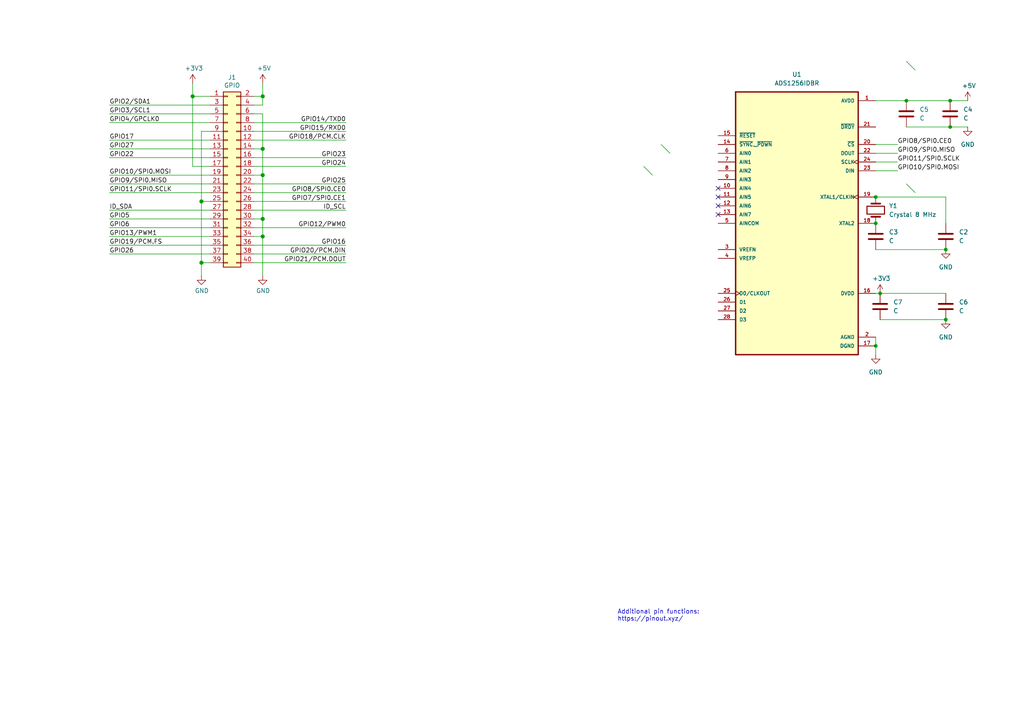
<source format=kicad_sch>
(kicad_sch (version 20250114) (generator "eeschema") (generator_version "9.0")
  (paper "A4")
  (title_block (date "15 nov 2012"))
  (lib_symbols
    (symbol "Connector_Generic:Conn_02x20_Odd_Even" (pin_names (offset 1.016) (hide yes))
      (property "Reference" "J" (at 1.27 25.4 0))
      (property "Value" "Conn_02x20_Odd_Even" (at 1.27 -27.94 0))
      (symbol "Conn_02x20_Odd_Even_1_1"
        (rectangle (start -1.27 24.13) (end 3.81 -26.67) (stroke (width 0.254)) (fill (type background)))
        (rectangle (start -1.27 22.987) (end 0 22.733) (stroke (width 0.1524)))
        (rectangle (start -1.27 20.447) (end 0 20.193) (stroke (width 0.1524)))
        (rectangle (start -1.27 17.907) (end 0 17.653) (stroke (width 0.1524)))
        (rectangle (start -1.27 15.367) (end 0 15.113) (stroke (width 0.1524)))
        (rectangle (start -1.27 12.827) (end 0 12.573) (stroke (width 0.1524)))
        (rectangle (start -1.27 10.287) (end 0 10.033) (stroke (width 0.1524)))
        (rectangle (start -1.27 7.747) (end 0 7.493) (stroke (width 0.1524)))
        (rectangle (start -1.27 5.207) (end 0 4.953) (stroke (width 0.1524)))
        (rectangle (start -1.27 2.667) (end 0 2.413) (stroke (width 0.1524)))
        (rectangle (start -1.27 0.127) (end 0 -0.127) (stroke (width 0.1524)))
        (rectangle (start -1.27 -2.413) (end 0 -2.667) (stroke (width 0.1524)))
        (rectangle (start -1.27 -4.953) (end 0 -5.207) (stroke (width 0.1524)))
        (rectangle (start -1.27 -7.493) (end 0 -7.747) (stroke (width 0.1524)))
        (rectangle (start -1.27 -10.033) (end 0 -10.287) (stroke (width 0.1524)))
        (rectangle (start -1.27 -12.573) (end 0 -12.827) (stroke (width 0.1524)))
        (rectangle (start -1.27 -15.113) (end 0 -15.367) (stroke (width 0.1524)))
        (rectangle (start -1.27 -17.653) (end 0 -17.907) (stroke (width 0.1524)))
        (rectangle (start -1.27 -20.193) (end 0 -20.447) (stroke (width 0.1524)))
        (rectangle (start -1.27 -22.733) (end 0 -22.987) (stroke (width 0.1524)))
        (rectangle (start -1.27 -25.273) (end 0 -25.527) (stroke (width 0.1524)))
        (rectangle (start 3.81 22.987) (end 2.54 22.733) (stroke (width 0.1524)))
        (rectangle (start 3.81 20.447) (end 2.54 20.193) (stroke (width 0.1524)))
        (rectangle (start 3.81 17.907) (end 2.54 17.653) (stroke (width 0.1524)))
        (rectangle (start 3.81 15.367) (end 2.54 15.113) (stroke (width 0.1524)))
        (rectangle (start 3.81 12.827) (end 2.54 12.573) (stroke (width 0.1524)))
        (rectangle (start 3.81 10.287) (end 2.54 10.033) (stroke (width 0.1524)))
        (rectangle (start 3.81 7.747) (end 2.54 7.493) (stroke (width 0.1524)))
        (rectangle (start 3.81 5.207) (end 2.54 4.953) (stroke (width 0.1524)))
        (rectangle (start 3.81 2.667) (end 2.54 2.413) (stroke (width 0.1524)))
        (rectangle (start 3.81 0.127) (end 2.54 -0.127) (stroke (width 0.1524)))
        (rectangle (start 3.81 -2.413) (end 2.54 -2.667) (stroke (width 0.1524)))
        (rectangle (start 3.81 -4.953) (end 2.54 -5.207) (stroke (width 0.1524)))
        (rectangle (start 3.81 -7.493) (end 2.54 -7.747) (stroke (width 0.1524)))
        (rectangle (start 3.81 -10.033) (end 2.54 -10.287) (stroke (width 0.1524)))
        (rectangle (start 3.81 -12.573) (end 2.54 -12.827) (stroke (width 0.1524)))
        (rectangle (start 3.81 -15.113) (end 2.54 -15.367) (stroke (width 0.1524)))
        (rectangle (start 3.81 -17.653) (end 2.54 -17.907) (stroke (width 0.1524)))
        (rectangle (start 3.81 -20.193) (end 2.54 -20.447) (stroke (width 0.1524)))
        (rectangle (start 3.81 -22.733) (end 2.54 -22.987) (stroke (width 0.1524)))
        (rectangle (start 3.81 -25.273) (end 2.54 -25.527) (stroke (width 0.1524)))
        (pin passive line (at -5.08 22.86 0) (length 3.81) (name "Pin_1") (number "1"))
        (pin passive line (at -5.08 20.32 0) (length 3.81) (name "Pin_3") (number "3"))
        (pin passive line (at -5.08 17.78 0) (length 3.81) (name "Pin_5") (number "5"))
        (pin passive line (at -5.08 15.24 0) (length 3.81) (name "Pin_7") (number "7"))
        (pin passive line (at -5.08 12.7 0) (length 3.81) (name "Pin_9") (number "9"))
        (pin passive line (at -5.08 10.16 0) (length 3.81) (name "Pin_11") (number "11"))
        (pin passive line (at -5.08 7.62 0) (length 3.81) (name "Pin_13") (number "13"))
        (pin passive line (at -5.08 5.08 0) (length 3.81) (name "Pin_15") (number "15"))
        (pin passive line (at -5.08 2.54 0) (length 3.81) (name "Pin_17") (number "17"))
        (pin passive line (at -5.08 0 0) (length 3.81) (name "Pin_19") (number "19"))
        (pin passive line (at -5.08 -2.54 0) (length 3.81) (name "Pin_21") (number "21"))
        (pin passive line (at -5.08 -5.08 0) (length 3.81) (name "Pin_23") (number "23"))
        (pin passive line (at -5.08 -7.62 0) (length 3.81) (name "Pin_25") (number "25"))
        (pin passive line (at -5.08 -10.16 0) (length 3.81) (name "Pin_27") (number "27"))
        (pin passive line (at -5.08 -12.7 0) (length 3.81) (name "Pin_29") (number "29"))
        (pin passive line (at -5.08 -15.24 0) (length 3.81) (name "Pin_31") (number "31"))
        (pin passive line (at -5.08 -17.78 0) (length 3.81) (name "Pin_33") (number "33"))
        (pin passive line (at -5.08 -20.32 0) (length 3.81) (name "Pin_35") (number "35"))
        (pin passive line (at -5.08 -22.86 0) (length 3.81) (name "Pin_37") (number "37"))
        (pin passive line (at -5.08 -25.4 0) (length 3.81) (name "Pin_39") (number "39"))
        (pin passive line (at 7.62 22.86 180) (length 3.81) (name "Pin_2") (number "2"))
        (pin passive line (at 7.62 20.32 180) (length 3.81) (name "Pin_4") (number "4"))
        (pin passive line (at 7.62 17.78 180) (length 3.81) (name "Pin_6") (number "6"))
        (pin passive line (at 7.62 15.24 180) (length 3.81) (name "Pin_8") (number "8"))
        (pin passive line (at 7.62 12.7 180) (length 3.81) (name "Pin_10") (number "10"))
        (pin passive line (at 7.62 10.16 180) (length 3.81) (name "Pin_12") (number "12"))
        (pin passive line (at 7.62 7.62 180) (length 3.81) (name "Pin_14") (number "14"))
        (pin passive line (at 7.62 5.08 180) (length 3.81) (name "Pin_16") (number "16"))
        (pin passive line (at 7.62 2.54 180) (length 3.81) (name "Pin_18") (number "18"))
        (pin passive line (at 7.62 0 180) (length 3.81) (name "Pin_20") (number "20"))
        (pin passive line (at 7.62 -2.54 180) (length 3.81) (name "Pin_22") (number "22"))
        (pin passive line (at 7.62 -5.08 180) (length 3.81) (name "Pin_24") (number "24"))
        (pin passive line (at 7.62 -7.62 180) (length 3.81) (name "Pin_26") (number "26"))
        (pin passive line (at 7.62 -10.16 180) (length 3.81) (name "Pin_28") (number "28"))
        (pin passive line (at 7.62 -12.7 180) (length 3.81) (name "Pin_30") (number "30"))
        (pin passive line (at 7.62 -15.24 180) (length 3.81) (name "Pin_32") (number "32"))
        (pin passive line (at 7.62 -17.78 180) (length 3.81) (name "Pin_34") (number "34"))
        (pin passive line (at 7.62 -20.32 180) (length 3.81) (name "Pin_36") (number "36"))
        (pin passive line (at 7.62 -22.86 180) (length 3.81) (name "Pin_38") (number "38"))
        (pin passive line (at 7.62 -25.4 180) (length 3.81) (name "Pin_40") (number "40"))
      )
    )
    (symbol "Custom:ADS1256IDBR" (pin_names (offset 1.016))
      (property "Reference" "U2" (at 0 43.18 0))
      (property "Value" "ADS1256IDBR" (at 0 40.64 0))
      (symbol "ADS1256IDBR_0_0"
        (rectangle (start -17.78 38.1) (end 17.78 -38.1) (stroke (width 0.41)) (fill (type background)))
        (pin input line (at -22.86 25.4 0) (length 5.08) (name "~{RESET}") (number "15"))
        (pin input line (at -22.86 22.86 0) (length 5.08) (name "~{SYNC},_~{PDWN}") (number "14"))
        (pin input line (at -22.86 20.32 0) (length 5.08) (name "AIN0") (number "6"))
        (pin input line (at -22.86 17.78 0) (length 5.08) (name "AIN1") (number "7"))
        (pin input line (at -22.86 15.24 0) (length 5.08) (name "AIN2") (number "8"))
        (pin input line (at -22.86 12.7 0) (length 5.08) (name "AIN3") (number "9"))
        (pin input line (at -22.86 10.16 0) (length 5.08) (name "AIN4") (number "10"))
        (pin input line (at -22.86 7.62 0) (length 5.08) (name "AIN5") (number "11"))
        (pin input line (at -22.86 5.08 0) (length 5.08) (name "AIN6") (number "12"))
        (pin input line (at -22.86 2.54 0) (length 5.08) (name "AIN7") (number "13"))
        (pin input line (at -22.86 0 0) (length 5.08) (name "AINCOM") (number "5"))
        (pin input line (at -22.86 -7.62 0) (length 5.08) (name "VREFN") (number "3"))
        (pin input line (at -22.86 -10.16 0) (length 5.08) (name "VREFP") (number "4"))
        (pin bidirectional clock (at -22.86 -20.32 0) (length 5.08) (name "D0/CLKOUT") (number "25"))
        (pin bidirectional line (at -22.86 -22.86 0) (length 5.08) (name "D1") (number "26"))
        (pin bidirectional line (at -22.86 -25.4 0) (length 5.08) (name "D2") (number "27"))
        (pin bidirectional line (at -22.86 -27.94 0) (length 5.08) (name "D3") (number "28"))
        (pin power_in line (at 22.86 35.56 180) (length 5.08) (name "AVDD") (number "1"))
        (pin output line (at 22.86 27.94 180) (length 5.08) (name "~{DRDY}") (number "21"))
        (pin input line (at 22.86 22.86 180) (length 5.08) (name "~{CS}") (number "20"))
        (pin output line (at 22.86 20.32 180) (length 5.08) (name "DOUT") (number "22"))
        (pin input clock (at 22.86 17.78 180) (length 5.08) (name "SCLK") (number "24"))
        (pin input line (at 22.86 15.24 180) (length 5.08) (name "DIN") (number "23"))
        (pin input clock (at 22.86 7.62 180) (length 5.08) (name "XTAL1/CLKIN") (number "19"))
        (pin input line (at 22.86 0 180) (length 5.08) (name "XTAL2") (number "18"))
        (pin power_in line (at 22.86 -20.32 180) (length 5.08) (name "DVDD") (number "16"))
        (pin power_in line (at 22.86 -33.02 180) (length 5.08) (name "AGND") (number "2"))
        (pin power_in line (at 22.86 -35.56 180) (length 5.08) (name "DGND") (number "17"))
      )
    )
    (symbol "Device:C" (pin_numbers (hide yes)) (pin_names (offset 0.254))
      (property "Reference" "C" (at 0.635 2.54 0))
      (property "Value" "C" (at 0.635 -2.54 0))
      (symbol "C_0_1"
        (polyline (pts (xy -2.032 0.762) (xy 2.032 0.762)) (stroke (width 0.508)))
        (polyline (pts (xy -2.032 -0.762) (xy 2.032 -0.762)) (stroke (width 0.508)))
      )
      (symbol "C_1_1"
        (pin passive line (at 0 3.81 270) (length 2.794) (name "~") (number "1"))
        (pin passive line (at 0 -3.81 90) (length 2.794) (name "~") (number "2"))
      )
    )
    (symbol "Device:Crystal" (pin_numbers (hide yes)) (pin_names (offset 1.016) (hide yes))
      (property "Reference" "Y" (at 0 3.81 0))
      (property "Value" "Crystal" (at 0 -3.81 0))
      (symbol "Crystal_0_1"
        (polyline (pts (xy -2.54 0) (xy -1.905 0)))
        (polyline (pts (xy -1.905 -1.27) (xy -1.905 1.27)) (stroke (width 0.508)))
        (rectangle (start -1.143 2.54) (end 1.143 -2.54) (stroke (width 0.3048)))
        (polyline (pts (xy 1.905 -1.27) (xy 1.905 1.27)) (stroke (width 0.508)))
        (polyline (pts (xy 2.54 0) (xy 1.905 0)))
      )
      (symbol "Crystal_1_1"
        (pin passive line (at -3.81 0 0) (length 1.27) (name "1") (number "1"))
        (pin passive line (at 3.81 0 180) (length 1.27) (name "2") (number "2"))
      )
    )
    (symbol "power:+3.3V" (power) (pin_numbers (hide yes)) (pin_names (offset 0) (hide yes))
      (property "Value" "+3.3V" (at 0 3.556 0))
      (symbol "+3.3V_0_1"
        (polyline (pts (xy -0.762 1.27) (xy 0 2.54)))
        (polyline (pts (xy 0 2.54) (xy 0.762 1.27)))
        (polyline (pts (xy 0 0) (xy 0 2.54)))
      )
      (symbol "+3.3V_1_1"
        (pin power_in line (at 0 0 90) (length 0) (name "~") (number "1"))
      )
    )
    (symbol "power:+5V" (power) (pin_numbers (hide yes)) (pin_names (offset 0) (hide yes))
      (property "Value" "+5V" (at 0 3.556 0))
      (symbol "+5V_0_1"
        (polyline (pts (xy -0.762 1.27) (xy 0 2.54)))
        (polyline (pts (xy 0 2.54) (xy 0.762 1.27)))
        (polyline (pts (xy 0 0) (xy 0 2.54)))
      )
      (symbol "+5V_1_1"
        (pin power_in line (at 0 0 90) (length 0) (name "~") (number "1"))
      )
    )
    (symbol "power:GND" (power) (pin_numbers (hide yes)) (pin_names (offset 0) (hide yes))
      (property "Value" "GND" (at 0 -3.81 0))
      (symbol "GND_0_1"
        (polyline (pts (xy 0 0) (xy 0 -1.27) (xy 1.27 -1.27) (xy 0 -2.54) (xy -1.27 -1.27) (xy 0 -1.27)))
      )
      (symbol "GND_1_1"
        (pin power_in line (at 0 0 270) (length 0) (name "~") (number "1"))
      )
    )
  )
  (text "Additional pin functions:\nhttps://pinout.xyz/" (at 179.07 180.34 0) (effects (font (size 1.27 1.27)) (justify left bottom)))
  (junction (at 76.2 27.94) (diameter 1.016))
  (junction (at 76.2 43.18) (diameter 1.016))
  (junction (at 254 57.15))
  (junction (at 255.27 85.09))
  (junction (at 274.32 72.39))
  (junction (at 275.59 29.21))
  (junction (at 58.42 76.2) (diameter 1.016))
  (junction (at 58.42 58.42) (diameter 1.016))
  (junction (at 254 100.33))
  (junction (at 76.2 68.58) (diameter 1.016))
  (junction (at 274.32 92.71))
  (junction (at 254 64.77))
  (junction (at 262.89 29.21))
  (junction (at 275.59 36.83))
  (junction (at 76.2 63.5) (diameter 1.016))
  (junction (at 76.2 50.8) (diameter 1.016))
  (junction (at 55.88 27.94) (diameter 1.016))
  (no_connect (at 208.28 59.69))
  (no_connect (at 208.28 54.61))
  (no_connect (at 208.28 62.23))
  (no_connect (at 208.28 57.15))
  (bus_entry (at 191.77 41.91) (size 2.54 2.54))
  (bus_entry (at 262.89 17.78) (size 2.54 2.54))
  (bus_entry (at 186.69 48.26) (size 2.54 2.54))
  (bus_entry (at 262.89 53.34) (size 2.54 2.54))
  (wire (pts (xy 58.42 58.42) (xy 58.42 76.2)))
  (wire (pts (xy 73.66 58.42) (xy 100.33 58.42)))
  (wire (pts (xy 280.67 29.21) (xy 275.59 29.21)))
  (wire (pts (xy 60.96 40.64) (xy 31.75 40.64)))
  (wire (pts (xy 76.2 33.02) (xy 76.2 43.18)))
  (wire (pts (xy 76.2 50.8) (xy 73.66 50.8)))
  (wire (pts (xy 76.2 63.5) (xy 76.2 68.58)))
  (wire (pts (xy 275.59 36.83) (xy 280.67 36.83)))
  (wire (pts (xy 274.32 57.15) (xy 254 57.15)))
  (wire (pts (xy 255.27 85.09) (xy 274.32 85.09)))
  (wire (pts (xy 76.2 50.8) (xy 76.2 63.5)))
  (wire (pts (xy 73.66 35.56) (xy 100.33 35.56)))
  (wire (pts (xy 58.42 38.1) (xy 58.42 58.42)))
  (wire (pts (xy 254 97.79) (xy 254 100.33)))
  (wire (pts (xy 58.42 38.1) (xy 60.96 38.1)))
  (wire (pts (xy 73.66 55.88) (xy 100.33 55.88)))
  (wire (pts (xy 60.96 60.96) (xy 31.75 60.96)))
  (wire (pts (xy 31.75 63.5) (xy 60.96 63.5)))
  (wire (pts (xy 58.42 58.42) (xy 60.96 58.42)))
  (wire (pts (xy 73.66 45.72) (xy 100.33 45.72)))
  (wire (pts (xy 73.66 76.2) (xy 100.33 76.2)))
  (wire (pts (xy 58.42 76.2) (xy 58.42 80.01)))
  (wire (pts (xy 31.75 43.18) (xy 60.96 43.18)))
  (wire (pts (xy 55.88 24.13) (xy 55.88 27.94)))
  (wire (pts (xy 76.2 68.58) (xy 73.66 68.58)))
  (wire (pts (xy 31.75 33.02) (xy 60.96 33.02)))
  (wire (pts (xy 31.75 55.88) (xy 60.96 55.88)))
  (wire (pts (xy 55.88 48.26) (xy 60.96 48.26)))
  (wire (pts (xy 60.96 30.48) (xy 31.75 30.48)))
  (wire (pts (xy 76.2 27.94) (xy 76.2 30.48)))
  (wire (pts (xy 255.27 92.71) (xy 274.32 92.71)))
  (wire (pts (xy 254 49.53) (xy 260.35 49.53)))
  (wire (pts (xy 274.32 64.77) (xy 274.32 57.15)))
  (wire (pts (xy 76.2 43.18) (xy 76.2 50.8)))
  (wire (pts (xy 73.66 40.64) (xy 100.33 40.64)))
  (wire (pts (xy 76.2 43.18) (xy 73.66 43.18)))
  (wire (pts (xy 254 41.91) (xy 260.35 41.91)))
  (wire (pts (xy 76.2 24.13) (xy 76.2 27.94)))
  (wire (pts (xy 31.75 35.56) (xy 60.96 35.56)))
  (wire (pts (xy 76.2 27.94) (xy 73.66 27.94)))
  (wire (pts (xy 55.88 27.94) (xy 55.88 48.26)))
  (wire (pts (xy 73.66 48.26) (xy 100.33 48.26)))
  (wire (pts (xy 73.66 38.1) (xy 100.33 38.1)))
  (wire (pts (xy 254 72.39) (xy 274.32 72.39)))
  (wire (pts (xy 31.75 45.72) (xy 60.96 45.72)))
  (wire (pts (xy 31.75 53.34) (xy 60.96 53.34)))
  (wire (pts (xy 260.35 46.99) (xy 254 46.99)))
  (wire (pts (xy 31.75 66.04) (xy 60.96 66.04)))
  (wire (pts (xy 76.2 30.48) (xy 73.66 30.48)))
  (wire (pts (xy 31.75 71.12) (xy 60.96 71.12)))
  (wire (pts (xy 73.66 71.12) (xy 100.33 71.12)))
  (wire (pts (xy 73.66 66.04) (xy 100.33 66.04)))
  (wire (pts (xy 58.42 76.2) (xy 60.96 76.2)))
  (wire (pts (xy 73.66 73.66) (xy 100.33 73.66)))
  (wire (pts (xy 254 85.09) (xy 255.27 85.09)))
  (wire (pts (xy 76.2 33.02) (xy 73.66 33.02)))
  (wire (pts (xy 31.75 73.66) (xy 60.96 73.66)))
  (wire (pts (xy 262.89 29.21) (xy 275.59 29.21)))
  (wire (pts (xy 262.89 36.83) (xy 275.59 36.83)))
  (wire (pts (xy 76.2 68.58) (xy 76.2 80.01)))
  (wire (pts (xy 73.66 53.34) (xy 100.33 53.34)))
  (wire (pts (xy 60.96 68.58) (xy 31.75 68.58)))
  (wire (pts (xy 262.89 29.21) (xy 254 29.21)))
  (wire (pts (xy 76.2 63.5) (xy 73.66 63.5)))
  (wire (pts (xy 254 44.45) (xy 260.35 44.45)))
  (wire (pts (xy 55.88 27.94) (xy 60.96 27.94)))
  (wire (pts (xy 254 100.33) (xy 254 102.87)))
  (wire (pts (xy 60.96 50.8) (xy 31.75 50.8)))
  (wire (pts (xy 73.66 60.96) (xy 100.33 60.96)))
  (label "GPIO8{slash}SPI0.CE0" (at 260.35 41.91 0))
  (label "GPIO11{slash}SPI0.SCLK" (at 260.35 46.99 0))
  (label "ID_SDA" (at 31.75 60.96 0))
  (label "GPIO6" (at 31.75 66.04 0))
  (label "GPIO10{slash}SPI0.MOSI" (at 260.35 49.53 0))
  (label "ID_SCL" (at 100.33 60.96 180))
  (label "GPIO5" (at 31.75 63.5 0))
  (label "GPIO21{slash}PCM.DOUT" (at 100.33 76.2 180))
  (label "GPIO19{slash}PCM.FS" (at 31.75 71.12 0))
  (label "GPIO10{slash}SPI0.MOSI" (at 31.75 50.8 0))
  (label "GPIO9{slash}SPI0.MISO" (at 31.75 53.34 0))
  (label "GPIO23" (at 100.33 45.72 180))
  (label "GPIO9{slash}SPI0.MISO" (at 260.35 44.45 0))
  (label "GPIO4{slash}GPCLK0" (at 31.75 35.56 0))
  (label "GPIO27" (at 31.75 43.18 0))
  (label "GPIO26" (at 31.75 73.66 0))
  (label "GPIO14{slash}TXD0" (at 100.33 35.56 180))
  (label "GPIO8{slash}SPI0.CE0" (at 100.33 55.88 180))
  (label "GPIO15{slash}RXD0" (at 100.33 38.1 180))
  (label "GPIO16" (at 100.33 71.12 180))
  (label "GPIO22" (at 31.75 45.72 0))
  (label "GPIO2{slash}SDA1" (at 31.75 30.48 0))
  (label "GPIO17" (at 31.75 40.64 0))
  (label "GPIO25" (at 100.33 53.34 180))
  (label "GPIO3{slash}SCL1" (at 31.75 33.02 0))
  (label "GPIO18{slash}PCM.CLK" (at 100.33 40.64 180))
  (label "GPIO12{slash}PWM0" (at 100.33 66.04 180))
  (label "GPIO13{slash}PWM1" (at 31.75 68.58 0))
  (label "GPIO20{slash}PCM.DIN" (at 100.33 73.66 180))
  (label "GPIO24" (at 100.33 48.26 180))
  (label "GPIO7{slash}SPI0.CE1" (at 100.33 58.42 180))
  (label "GPIO11{slash}SPI0.SCLK" (at 31.75 55.88 0))
  (symbol (lib_id "power:+5V") (at 76.2 24.13 0) (unit 1)
    (property "Reference" "#PWR01" (effects (hide yes)))
    (property "Value" "+5V" (at 76.5683 19.8056 0))
    (property "Description" "Power symbol creates a global label with name \"+5V\"" (effects (hide yes)))
  )
  (symbol (lib_id "power:+3.3V") (at 55.88 24.13 0) (unit 1)
    (property "Reference" "#PWR04" (effects (hide yes)))
    (property "Value" "+3V3" (at 56.2483 19.8056 0))
    (property "Description" "Power symbol creates a global label with name \"+3.3V\"" (effects (hide yes)))
  )
  (symbol (lib_id "power:GND") (at 76.2 80.01 0) (unit 1)
    (property "Reference" "#PWR02" (effects (hide yes)))
    (property "Value" "GND" (at 76.3143 84.3344 0))
    (property "Description" "Power symbol creates a global label with name \"GND\" , ground" (effects (hide yes)))
  )
  (symbol (lib_id "power:GND") (at 58.42 80.01 0) (unit 1)
    (property "Reference" "#PWR03" (effects (hide yes)))
    (property "Value" "GND" (at 58.5343 84.3344 0))
    (property "Description" "Power symbol creates a global label with name \"GND\" , ground" (effects (hide yes)))
  )
  (symbol (lib_id "Connector_Generic:Conn_02x20_Odd_Even") (at 66.04 50.8 0) (unit 1)
    (property "Reference" "J1" (at 67.31 22.4598 0))
    (property "Value" "GPIO" (at 67.31 24.765 0))
    (property "Footprint" "Connector_PinSocket_2.54mm:PinSocket_2x20_P2.54mm_Vertical" (effects (hide yes)))
    (property "Description" "Generic connector, double row, 02x20, odd/even pin numbering scheme (row 1 odd numbers, row 2 even numbers), script generated (kicad-library-utils/schlib/autogen/connector/)" (effects (hide yes)))
  )
  (symbol (lib_id "power:+3.3V") (at 255.27 85.09 0) (unit 1)
    (property "Reference" "#PWR05" (effects (hide yes)))
    (property "Value" "+3V3" (at 255.6383 80.7656 0))
    (property "Description" "Power symbol creates a global label with name \"+3.3V\"" (effects (hide yes)))
  )
  (symbol (lib_id "power:GND") (at 280.67 36.83 0) (unit 1)
    (property "Reference" "#PWR09" (effects (hide yes)))
    (property "Value" "GND" (at 280.67 41.91 0))
    (property "Description" "Power symbol creates a global label with name \"GND\" , ground" (effects (hide yes)))
  )
  (symbol (lib_id "power:GND") (at 274.32 72.39 0) (unit 1)
    (property "Reference" "#PWR08" (effects (hide yes)))
    (property "Value" "GND" (at 274.32 77.47 0))
    (property "Description" "Power symbol creates a global label with name \"GND\" , ground" (effects (hide yes)))
  )
  (symbol (lib_id "Custom:ADS1256IDBR") (at 231.14 64.77 0) (unit 1)
    (property "Reference" "U1" (at 231.14 21.59 0))
    (property "Value" "ADS1256IDBR" (at 231.14 24.13 0))
    (property "Footprint" "1Personal:IC_ADC_ADS1256IDBR" (effects (hide yes)))
  )
  (symbol (lib_id "Device:Crystal") (at 254 60.96 270) (unit 1)
    (property "Reference" "Y1" (at 257.81 59.6899 90) (effects (justify left)))
    (property "Value" "Crystal 8 MHz" (at 257.81 62.2299 90) (effects (justify left)))
    (property "Description" "Two pin crystal" (effects (hide yes)))
  )
  (symbol (lib_id "power:GND") (at 254 102.87 0) (unit 1)
    (property "Reference" "#PWR07" (effects (hide yes)))
    (property "Value" "GND" (at 254 107.95 0))
    (property "Description" "Power symbol creates a global label with name \"GND\" , ground" (effects (hide yes)))
  )
  (symbol (lib_id "Device:C") (at 274.32 68.58 0) (unit 1)
    (property "Reference" "C2" (at 278.13 67.3099 0) (effects (justify left)))
    (property "Value" "C" (at 278.13 69.8499 0) (effects (justify left)))
    (property "Description" "Unpolarized capacitor" (effects (hide yes)))
  )
  (symbol (lib_id "power:+5V") (at 280.67 29.21 0) (unit 1)
    (property "Reference" "#PWR06" (effects (hide yes)))
    (property "Value" "+5V" (at 281.0383 24.8856 0))
    (property "Description" "Power symbol creates a global label with name \"+5V\"" (effects (hide yes)))
  )
  (symbol (lib_id "power:GND") (at 274.32 92.71 0) (unit 1)
    (property "Reference" "#PWR010" (effects (hide yes)))
    (property "Value" "GND" (at 274.32 97.79 0))
    (property "Description" "Power symbol creates a global label with name \"GND\" , ground" (effects (hide yes)))
  )
  (symbol (lib_id "Device:C") (at 274.32 88.9 0) (unit 1)
    (property "Reference" "C6" (at 278.13 87.6299 0) (effects (justify left)))
    (property "Value" "C" (at 278.13 90.1699 0) (effects (justify left)))
    (property "Description" "Unpolarized capacitor" (effects (hide yes)))
  )
  (symbol (lib_id "Device:C") (at 275.59 33.02 0) (unit 1)
    (property "Reference" "C4" (at 279.4 31.7499 0) (effects (justify left)))
    (property "Value" "C" (at 279.4 34.2899 0) (effects (justify left)))
    (property "Description" "Unpolarized capacitor" (effects (hide yes)))
  )
  (symbol (lib_id "Device:C") (at 255.27 88.9 0) (unit 1)
    (property "Reference" "C7" (at 259.08 87.6299 0) (effects (justify left)))
    (property "Value" "C" (at 259.08 90.1699 0) (effects (justify left)))
    (property "Description" "Unpolarized capacitor" (effects (hide yes)))
  )
  (symbol (lib_id "Device:C") (at 254 68.58 0) (unit 1)
    (property "Reference" "C3" (at 257.81 67.3099 0) (effects (justify left)))
    (property "Value" "C" (at 257.81 69.8499 0) (effects (justify left)))
    (property "Description" "Unpolarized capacitor" (effects (hide yes)))
  )
  (symbol (lib_id "Device:C") (at 262.89 33.02 0) (unit 1)
    (property "Reference" "C5" (at 266.7 31.7499 0) (effects (justify left)))
    (property "Value" "C" (at 266.7 34.2899 0) (effects (justify left)))
    (property "Description" "Unpolarized capacitor" (effects (hide yes)))
  )
)
</source>
